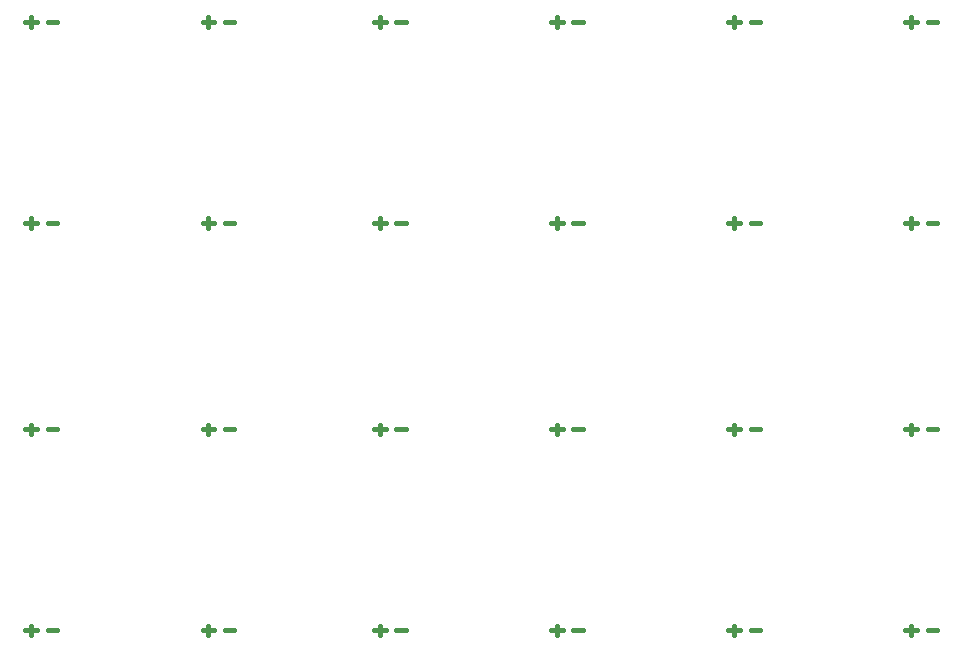
<source format=gbo>
G75*
%MOIN*%
%OFA0B0*%
%FSLAX24Y24*%
%IPPOS*%
%LPD*%
%AMOC8*
5,1,8,0,0,1.08239X$1,22.5*
%
%ADD10C,0.0160*%
D10*
X003865Y004692D02*
X004259Y004692D01*
X004062Y004849D02*
X004062Y004534D01*
X004613Y004692D02*
X004928Y004692D01*
X009771Y004692D02*
X010164Y004692D01*
X009968Y004849D02*
X009968Y004534D01*
X010519Y004692D02*
X010834Y004692D01*
X015479Y004692D02*
X015873Y004692D01*
X015676Y004849D02*
X015676Y004534D01*
X016227Y004692D02*
X016542Y004692D01*
X021385Y004692D02*
X021779Y004692D01*
X021582Y004849D02*
X021582Y004534D01*
X022133Y004692D02*
X022448Y004692D01*
X027290Y004692D02*
X027684Y004692D01*
X027487Y004849D02*
X027487Y004534D01*
X028038Y004692D02*
X028353Y004692D01*
X033196Y004692D02*
X033590Y004692D01*
X033393Y004849D02*
X033393Y004534D01*
X033944Y004692D02*
X034259Y004692D01*
X033393Y011227D02*
X033393Y011542D01*
X033590Y011385D02*
X033196Y011385D01*
X033944Y011385D02*
X034259Y011385D01*
X028353Y011385D02*
X028038Y011385D01*
X027684Y011385D02*
X027290Y011385D01*
X027487Y011542D02*
X027487Y011227D01*
X022448Y011385D02*
X022133Y011385D01*
X021779Y011385D02*
X021385Y011385D01*
X021582Y011542D02*
X021582Y011227D01*
X016542Y011385D02*
X016227Y011385D01*
X015873Y011385D02*
X015479Y011385D01*
X015676Y011542D02*
X015676Y011227D01*
X010834Y011385D02*
X010519Y011385D01*
X010164Y011385D02*
X009771Y011385D01*
X009968Y011542D02*
X009968Y011227D01*
X004928Y011385D02*
X004613Y011385D01*
X004259Y011385D02*
X003865Y011385D01*
X004062Y011542D02*
X004062Y011227D01*
X004062Y018117D02*
X004062Y018432D01*
X004259Y018275D02*
X003865Y018275D01*
X004613Y018275D02*
X004928Y018275D01*
X009771Y018275D02*
X010164Y018275D01*
X009968Y018432D02*
X009968Y018117D01*
X010519Y018275D02*
X010834Y018275D01*
X015479Y018275D02*
X015873Y018275D01*
X015676Y018432D02*
X015676Y018117D01*
X016227Y018275D02*
X016542Y018275D01*
X021385Y018275D02*
X021779Y018275D01*
X021582Y018432D02*
X021582Y018117D01*
X022133Y018275D02*
X022448Y018275D01*
X027290Y018275D02*
X027684Y018275D01*
X027487Y018432D02*
X027487Y018117D01*
X028038Y018275D02*
X028353Y018275D01*
X033196Y018275D02*
X033590Y018275D01*
X033393Y018432D02*
X033393Y018117D01*
X033944Y018275D02*
X034259Y018275D01*
X033393Y024810D02*
X033393Y025125D01*
X033590Y024968D02*
X033196Y024968D01*
X033944Y024968D02*
X034259Y024968D01*
X028353Y024968D02*
X028038Y024968D01*
X027684Y024968D02*
X027290Y024968D01*
X027487Y025125D02*
X027487Y024810D01*
X022448Y024968D02*
X022133Y024968D01*
X021779Y024968D02*
X021385Y024968D01*
X021582Y025125D02*
X021582Y024810D01*
X016542Y024968D02*
X016227Y024968D01*
X015873Y024968D02*
X015479Y024968D01*
X015676Y025125D02*
X015676Y024810D01*
X010834Y024968D02*
X010519Y024968D01*
X010164Y024968D02*
X009771Y024968D01*
X009968Y025125D02*
X009968Y024810D01*
X004928Y024968D02*
X004613Y024968D01*
X004259Y024968D02*
X003865Y024968D01*
X004062Y025125D02*
X004062Y024810D01*
M02*

</source>
